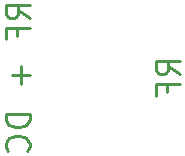
<source format=gbr>
%TF.GenerationSoftware,KiCad,Pcbnew,5.1.10*%
%TF.CreationDate,2021-09-21T21:49:25+02:00*%
%TF.ProjectId,bias-t,62696173-2d74-42e6-9b69-6361645f7063,rev?*%
%TF.SameCoordinates,Original*%
%TF.FileFunction,Legend,Bot*%
%TF.FilePolarity,Positive*%
%FSLAX46Y46*%
G04 Gerber Fmt 4.6, Leading zero omitted, Abs format (unit mm)*
G04 Created by KiCad (PCBNEW 5.1.10) date 2021-09-21 21:49:25*
%MOMM*%
%LPD*%
G01*
G04 APERTURE LIST*
%ADD10C,0.250000*%
G04 APERTURE END LIST*
D10*
X145684761Y-88661904D02*
X144732380Y-87995238D01*
X145684761Y-87519047D02*
X143684761Y-87519047D01*
X143684761Y-88280952D01*
X143780000Y-88471428D01*
X143875238Y-88566666D01*
X144065714Y-88661904D01*
X144351428Y-88661904D01*
X144541904Y-88566666D01*
X144637142Y-88471428D01*
X144732380Y-88280952D01*
X144732380Y-87519047D01*
X144637142Y-90185714D02*
X144637142Y-89519047D01*
X145684761Y-89519047D02*
X143684761Y-89519047D01*
X143684761Y-90471428D01*
X132984761Y-83900000D02*
X132032380Y-83233333D01*
X132984761Y-82757142D02*
X130984761Y-82757142D01*
X130984761Y-83519047D01*
X131080000Y-83709523D01*
X131175238Y-83804761D01*
X131365714Y-83900000D01*
X131651428Y-83900000D01*
X131841904Y-83804761D01*
X131937142Y-83709523D01*
X132032380Y-83519047D01*
X132032380Y-82757142D01*
X131937142Y-85423809D02*
X131937142Y-84757142D01*
X132984761Y-84757142D02*
X130984761Y-84757142D01*
X130984761Y-85709523D01*
X132222857Y-87995238D02*
X132222857Y-89519047D01*
X132984761Y-88757142D02*
X131460952Y-88757142D01*
X132984761Y-91995238D02*
X130984761Y-91995238D01*
X130984761Y-92471428D01*
X131080000Y-92757142D01*
X131270476Y-92947619D01*
X131460952Y-93042857D01*
X131841904Y-93138095D01*
X132127619Y-93138095D01*
X132508571Y-93042857D01*
X132699047Y-92947619D01*
X132889523Y-92757142D01*
X132984761Y-92471428D01*
X132984761Y-91995238D01*
X132794285Y-95138095D02*
X132889523Y-95042857D01*
X132984761Y-94757142D01*
X132984761Y-94566666D01*
X132889523Y-94280952D01*
X132699047Y-94090476D01*
X132508571Y-93995238D01*
X132127619Y-93900000D01*
X131841904Y-93900000D01*
X131460952Y-93995238D01*
X131270476Y-94090476D01*
X131080000Y-94280952D01*
X130984761Y-94566666D01*
X130984761Y-94757142D01*
X131080000Y-95042857D01*
X131175238Y-95138095D01*
M02*

</source>
